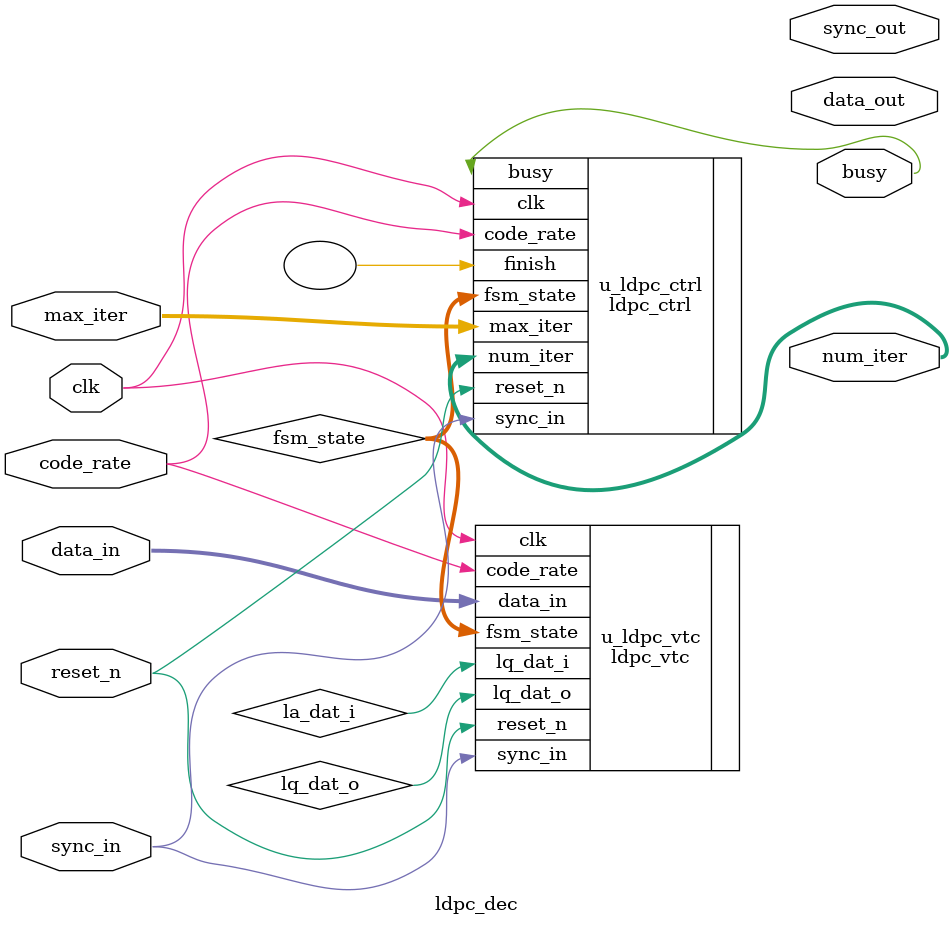
<source format=v>
module ldpc_dec(
    clk,
    reset_n,
    code_rate,
    data_in,
    sync_in,
    max_iter,

    data_out,
    sync_out,
    busy,
    num_iter,
);

parameter D_WID = 6;

//Input ports
input                clk        ;
input                reset_n    ;
input                code_rate  ; // 0, 1/2 1, 3/4
input   [D_WID-1:0]  data_in    ; // LLR input
input                sync_in    ;
input   [4:0]        max_iter   ;

//Output ports
output               data_out   ; 
output               sync_out   ;
output               busy       ; // ldpc is running
//output               finish     ; // ldpc decoder finish, can read new data
output  [4:0]        num_iter   ; // iteration number

//Internal wires definition
wire    [3:0]        fsm_state  ;

//Sub module body
//ldpc_ctv u_ldpc_ctv(   );

ldpc_ctrl u_ldpc_ctrl(
    .clk        (  clk        ),
    .reset_n    (  reset_n    ),
    .sync_in    (  sync_in    ),
    .code_rate  (  code_rate  ),
    .max_iter   (  max_iter   ),

    .fsm_state  (  fsm_state  ),
    .finish     (             ),
    .busy       (  busy       ),
    .num_iter   (  num_iter   ) 

);

//lr_decom u_lr_decom();

ldpc_vtc u_ldpc_vtc(
    .clk        ( clk        ),
    .reset_n    ( reset_n    ),
    .data_in    ( data_in    ),
    .sync_in    ( sync_in    ),
    .fsm_state  ( fsm_state  ),
    .code_rate  ( code_rate  ),

    .lq_dat_i   ( la_dat_i   ),
    .lq_dat_o   ( lq_dat_o   )
   
);

//ldpc_cnu u_ldpc_cnu();

endmodule

</source>
